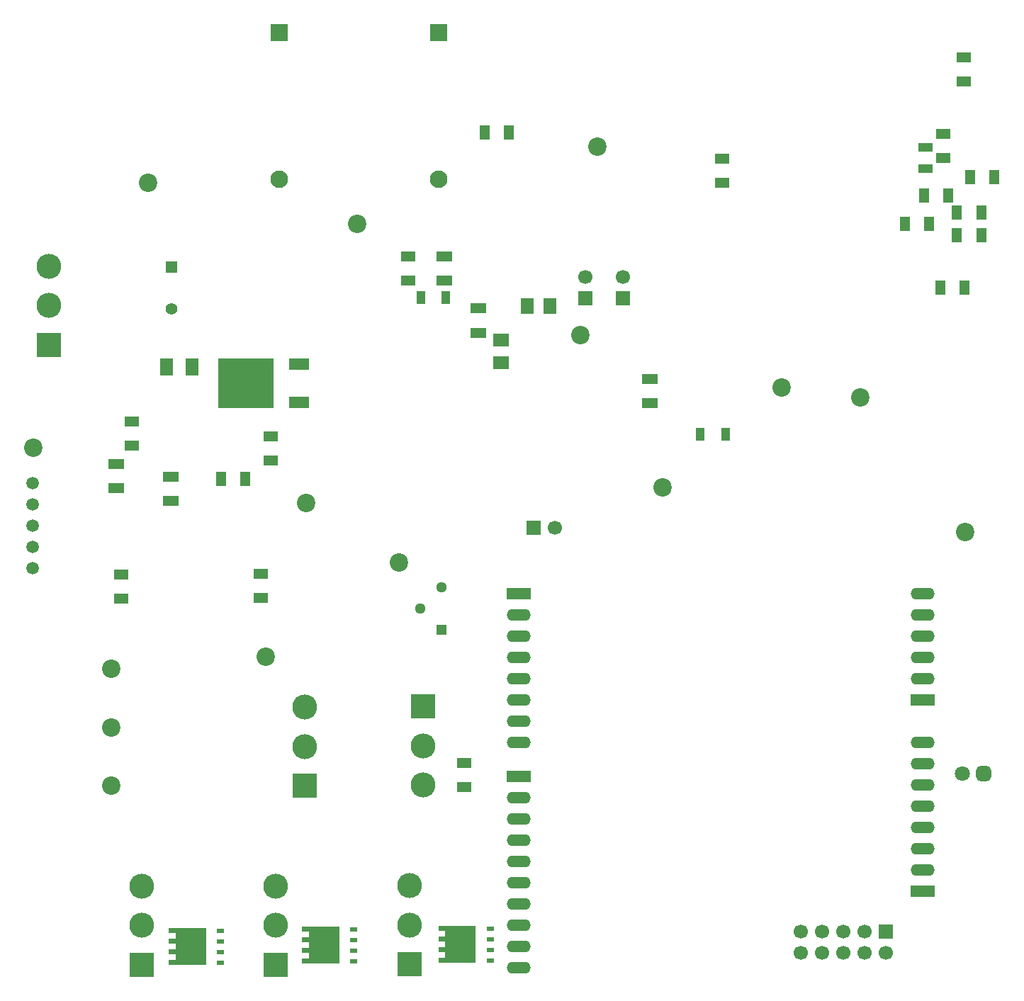
<source format=gbr>
%TF.GenerationSoftware,Altium Limited,Altium Designer,25.2.1 (25)*%
G04 Layer_Color=16711935*
%FSLAX45Y45*%
%MOMM*%
%TF.SameCoordinates,EF3F7739-EB0C-4DF3-8AA3-BEF7F1336093*%
%TF.FilePolarity,Negative*%
%TF.FileFunction,Soldermask,Bot*%
%TF.Part,Single*%
G01*
G75*
%TA.AperFunction,SMDPad,CuDef*%
%ADD38R,1.80000X1.20000*%
%ADD39R,1.90000X1.30000*%
%TA.AperFunction,ComponentPad*%
%ADD66O,2.84500X1.42200*%
%ADD67R,2.84500X1.42200*%
%ADD71C,2.20000*%
%ADD72C,1.29000*%
%ADD73R,1.29000X1.29000*%
%ADD74R,1.70000X1.70000*%
%ADD75C,1.70000*%
%ADD76C,2.10000*%
%ADD77R,2.10000X2.10000*%
%ADD78R,1.40000X1.40000*%
%ADD79C,1.40000*%
%ADD82R,1.70000X1.70000*%
%TA.AperFunction,SMDPad,CuDef*%
%ADD86R,1.20000X1.80000*%
%ADD87R,1.00000X1.60000*%
%ADD88R,1.90415X1.50328*%
%ADD89R,1.50328X1.90415*%
%ADD90R,1.65822X1.10573*%
%ADD91R,0.92500X0.50000*%
%ADD115R,1.55320X2.05320*%
%TA.AperFunction,ComponentPad*%
%ADD119C,1.51320*%
%ADD120R,2.97820X2.97820*%
%ADD121C,2.97820*%
%ADD122C,1.80320*%
G04:AMPARAMS|DCode=123|XSize=1.8032mm|YSize=1.8032mm|CornerRadius=0.5016mm|HoleSize=0mm|Usage=FLASHONLY|Rotation=180.000|XOffset=0mm|YOffset=0mm|HoleType=Round|Shape=RoundedRectangle|*
%AMROUNDEDRECTD123*
21,1,1.80320,0.80000,0,0,180.0*
21,1,0.80000,1.80320,0,0,180.0*
1,1,1.00320,-0.40000,0.40000*
1,1,1.00320,0.40000,0.40000*
1,1,1.00320,0.40000,-0.40000*
1,1,1.00320,-0.40000,-0.40000*
%
%ADD123ROUNDEDRECTD123*%
%TA.AperFunction,SMDPad,CuDef*%
%ADD124R,2.40320X1.40320*%
%ADD125R,6.60320X6.00320*%
G36*
X2275950Y900500D02*
X1830450D01*
Y840500D01*
X1910450D01*
Y773500D01*
X1830450D01*
Y713500D01*
X1910450D01*
Y646500D01*
X1830450D01*
Y586500D01*
X1910450D01*
Y519500D01*
X1830450D01*
Y459500D01*
X2275950D01*
Y900500D01*
D02*
G37*
G36*
X3866575Y917000D02*
X3421075D01*
Y857000D01*
X3501075D01*
Y790000D01*
X3421075D01*
Y730000D01*
X3501075D01*
Y663000D01*
X3421075D01*
Y603000D01*
X3501075D01*
Y536000D01*
X3421075D01*
Y476000D01*
X3866575D01*
Y917000D01*
D02*
G37*
G36*
X5496575Y924000D02*
X5051075D01*
Y864000D01*
X5131075D01*
Y797000D01*
X5051075D01*
Y737000D01*
X5131075D01*
Y670000D01*
X5051075D01*
Y610000D01*
X5131075D01*
Y543000D01*
X5051075D01*
Y483000D01*
X5496575D01*
Y924000D01*
D02*
G37*
D38*
X5360000Y2875000D02*
D03*
Y2585000D02*
D03*
X4690000Y8925000D02*
D03*
Y8635000D02*
D03*
X11328299Y11018848D02*
D03*
X11081200Y10389647D02*
D03*
X1390000Y6955000D02*
D03*
X2930000Y5135000D02*
D03*
X1260000Y5125000D02*
D03*
X11081200Y10099647D02*
D03*
X11328299Y11308848D02*
D03*
X1260000Y4835000D02*
D03*
X3050000Y6485000D02*
D03*
Y6775000D02*
D03*
X2930000Y4845000D02*
D03*
X1390000Y6665000D02*
D03*
X8440472Y9803757D02*
D03*
Y10093757D02*
D03*
D39*
X7580000Y7465000D02*
D03*
X5530000Y8015000D02*
D03*
X5120000Y8635000D02*
D03*
X1853539Y6003986D02*
D03*
X1200000Y6155000D02*
D03*
X7580000Y7175000D02*
D03*
X1853539Y6293986D02*
D03*
X1200000Y6445000D02*
D03*
X5120000Y8925000D02*
D03*
X5530000Y8305000D02*
D03*
D66*
X10833000Y2609201D02*
D03*
Y2863201D02*
D03*
X6007000Y1186801D02*
D03*
Y424801D02*
D03*
Y678801D02*
D03*
Y932801D02*
D03*
Y1440801D02*
D03*
Y1694801D02*
D03*
Y1948801D02*
D03*
Y2202801D02*
D03*
Y2456801D02*
D03*
Y3117201D02*
D03*
Y3371201D02*
D03*
Y3625201D02*
D03*
Y3879201D02*
D03*
Y4133201D02*
D03*
Y4387201D02*
D03*
Y4641201D02*
D03*
X10833000Y4895201D02*
D03*
Y4641201D02*
D03*
Y4387201D02*
D03*
Y4133201D02*
D03*
Y3879201D02*
D03*
Y3117201D02*
D03*
Y2355201D02*
D03*
Y2101201D02*
D03*
Y1847201D02*
D03*
Y1593201D02*
D03*
D67*
Y3625201D02*
D03*
X6007000Y2710801D02*
D03*
Y4895201D02*
D03*
X10833000Y1339201D02*
D03*
D71*
X1140000Y2600000D02*
D03*
Y3300000D02*
D03*
Y4000000D02*
D03*
X1579925Y9810127D02*
D03*
X9150000Y7360000D02*
D03*
X6750000Y7990000D02*
D03*
X4582746Y5272729D02*
D03*
X11340000Y5630000D02*
D03*
X4080000Y9320000D02*
D03*
X2990000Y4140000D02*
D03*
X10090000Y7240000D02*
D03*
X6946000Y10236000D02*
D03*
X3470000Y5980000D02*
D03*
X7730000Y6170000D02*
D03*
X213925Y6644127D02*
D03*
D72*
X5090000Y4970000D02*
D03*
X4836000Y4716000D02*
D03*
D73*
X5090000Y4462000D02*
D03*
D74*
X10398000Y858233D02*
D03*
X6806000Y8429000D02*
D03*
X7255999D02*
D03*
D75*
X10398000Y604233D02*
D03*
X10144000Y858233D02*
D03*
Y604233D02*
D03*
X9890000Y858233D02*
D03*
Y604233D02*
D03*
X9636000Y858233D02*
D03*
X9382000D02*
D03*
X9636000Y604233D02*
D03*
X9382000D02*
D03*
X6806000Y8683000D02*
D03*
X7255999D02*
D03*
X6445180Y5680420D02*
D03*
D76*
X3150000Y9850000D02*
D03*
X5051700D02*
D03*
D77*
X3150000Y11600000D02*
D03*
X5051700D02*
D03*
D78*
X1864000Y8804000D02*
D03*
D79*
Y8304000D02*
D03*
D82*
X6191180Y5680420D02*
D03*
D86*
X11143553Y9655400D02*
D03*
X10853553D02*
D03*
X5605000Y10410000D02*
D03*
X5895000D02*
D03*
X11693299Y9873848D02*
D03*
X11535000Y9450000D02*
D03*
Y9180000D02*
D03*
X11335701Y8557300D02*
D03*
X10623300Y9313848D02*
D03*
X2455000Y6270000D02*
D03*
X11403300Y9873848D02*
D03*
X11245000Y9180000D02*
D03*
Y9450000D02*
D03*
X10913299Y9313848D02*
D03*
X11045701Y8557300D02*
D03*
X2745000Y6270000D02*
D03*
D87*
X8180000Y6800000D02*
D03*
X8480000D02*
D03*
X5139879Y8435000D02*
D03*
X4839880D02*
D03*
D88*
X5800000Y7925044D02*
D03*
Y7654956D02*
D03*
D89*
X6114956Y8330000D02*
D03*
X6385044D02*
D03*
D90*
X10868300Y10231473D02*
D03*
Y9976224D02*
D03*
D91*
X5670000Y894000D02*
D03*
Y767000D02*
D03*
Y640000D02*
D03*
X4040000Y887000D02*
D03*
Y760000D02*
D03*
Y633000D02*
D03*
X2449375Y743500D02*
D03*
Y870500D02*
D03*
Y616500D02*
D03*
Y489500D02*
D03*
X5670000Y513000D02*
D03*
X4040000Y506000D02*
D03*
D115*
X1800000Y7610000D02*
D03*
X2105000D02*
D03*
D119*
X203925Y6214128D02*
D03*
Y5960128D02*
D03*
Y5706128D02*
D03*
Y5452128D02*
D03*
Y5198128D02*
D03*
D120*
X399925Y7870127D02*
D03*
X1509553Y462178D02*
D03*
X4870000Y3547732D02*
D03*
X4705628Y468051D02*
D03*
X3105628Y462151D02*
D03*
X3450000Y2600000D02*
D03*
D121*
X399925Y8340127D02*
D03*
Y8810127D02*
D03*
X1509553Y1402178D02*
D03*
Y932178D02*
D03*
X4870000Y3077732D02*
D03*
Y2607732D02*
D03*
X4705628Y1408051D02*
D03*
Y938051D02*
D03*
X3105628Y932151D02*
D03*
Y1402151D02*
D03*
X3450000Y3540000D02*
D03*
Y3070000D02*
D03*
D122*
X11313000Y2750000D02*
D03*
D123*
X11567000D02*
D03*
D124*
X3382000Y7182000D02*
D03*
Y7638000D02*
D03*
D125*
X2752000Y7410000D02*
D03*
%TF.MD5,d2c433a88f01bf727b1777bab38319cf*%
M02*

</source>
